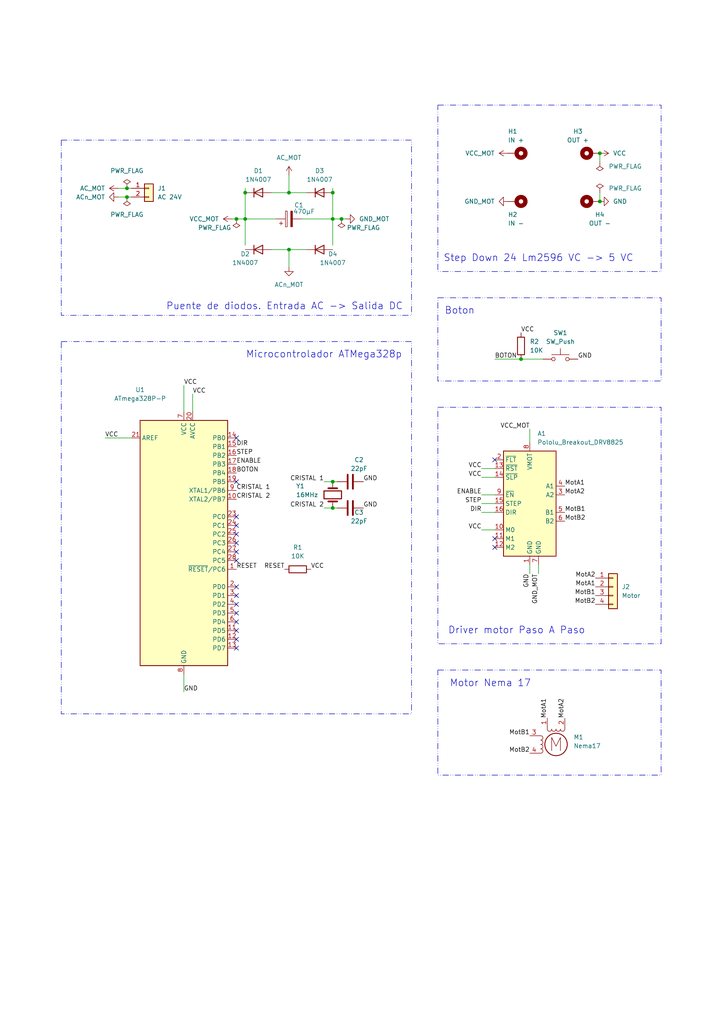
<source format=kicad_sch>
(kicad_sch (version 20231120) (generator "eeschema") (generator_version "8.0")
  (paper "A4" portrait)
  (title_block (title "arte.facto - Motorcin Bien Bemperado") (date "Agosto 2024") (rev "v 0.1") (company "jm") (comment 1 "Buenos Aires, Argentina."))
  (lib_symbols
    (symbol "Connector_Generic:Conn_01x02" (pin_names (offset 1.016) hide)
      (property "Reference" "J" (at 0 2.54 0))
      (property "Value" "Conn_01x02" (at 0 -5.08 0))
      (symbol "Conn_01x02_1_1"
        (rectangle (start -1.27 -2.413) (end 0 -2.667) (stroke (width 0.1524)))
        (rectangle (start -1.27 0.127) (end 0 -0.127) (stroke (width 0.1524)))
        (rectangle (start -1.27 1.27) (end 1.27 -3.81) (stroke (width 0.254)) (fill (type background)))
        (pin passive line (at -5.08 0 0) (length 3.81) (name "Pin_1") (number "1"))
        (pin passive line (at -5.08 -2.54 0) (length 3.81) (name "Pin_2") (number "2"))
      )
    )
    (symbol "Connector_Generic:Conn_01x04" (pin_names (offset 1.016) hide)
      (property "Reference" "J" (at 0 5.08 0))
      (property "Value" "Conn_01x04" (at 0 -7.62 0))
      (symbol "Conn_01x04_1_1"
        (rectangle (start -1.27 -4.953) (end 0 -5.207) (stroke (width 0.1524)))
        (rectangle (start -1.27 -2.413) (end 0 -2.667) (stroke (width 0.1524)))
        (rectangle (start -1.27 0.127) (end 0 -0.127) (stroke (width 0.1524)))
        (rectangle (start -1.27 2.667) (end 0 2.413) (stroke (width 0.1524)))
        (rectangle (start -1.27 3.81) (end 1.27 -6.35) (stroke (width 0.254)) (fill (type background)))
        (pin passive line (at -5.08 2.54 0) (length 3.81) (name "Pin_1") (number "1"))
        (pin passive line (at -5.08 0 0) (length 3.81) (name "Pin_2") (number "2"))
        (pin passive line (at -5.08 -2.54 0) (length 3.81) (name "Pin_3") (number "3"))
        (pin passive line (at -5.08 -5.08 0) (length 3.81) (name "Pin_4") (number "4"))
      )
    )
    (symbol "Device:C" (pin_numbers hide) (pin_names (offset 0.254))
      (property "Reference" "C" (at 0.635 2.54 0))
      (property "Value" "C" (at 0.635 -2.54 0))
      (symbol "C_0_1"
        (polyline (pts (xy -2.032 -0.762) (xy 2.032 -0.762)) (stroke (width 0.508)))
        (polyline (pts (xy -2.032 0.762) (xy 2.032 0.762)) (stroke (width 0.508)))
      )
      (symbol "C_1_1"
        (pin passive line (at 0 3.81 270) (length 2.794) (name "~") (number "1"))
        (pin passive line (at 0 -3.81 90) (length 2.794) (name "~") (number "2"))
      )
    )
    (symbol "Device:C_Polarized" (pin_numbers hide) (pin_names (offset 0.254))
      (property "Reference" "C" (at 0.635 2.54 0))
      (property "Value" "C_Polarized" (at 0.635 -2.54 0))
      (symbol "C_Polarized_0_1"
        (rectangle (start -2.286 0.508) (end 2.286 1.016))
        (polyline (pts (xy -1.778 2.286) (xy -0.762 2.286)))
        (polyline (pts (xy -1.27 2.794) (xy -1.27 1.778)))
        (rectangle (start 2.286 -0.508) (end -2.286 -1.016) (fill (type outline)))
      )
      (symbol "C_Polarized_1_1"
        (pin passive line (at 0 3.81 270) (length 2.794) (name "~") (number "1"))
        (pin passive line (at 0 -3.81 90) (length 2.794) (name "~") (number "2"))
      )
    )
    (symbol "Device:Crystal" (pin_numbers hide) (pin_names (offset 1.016) hide)
      (property "Reference" "Y" (at 0 3.81 0))
      (property "Value" "Crystal" (at 0 -3.81 0))
      (symbol "Crystal_0_1"
        (rectangle (start -1.143 2.54) (end 1.143 -2.54) (stroke (width 0.3048)))
        (polyline (pts (xy -2.54 0) (xy -1.905 0)))
        (polyline (pts (xy -1.905 -1.27) (xy -1.905 1.27)) (stroke (width 0.508)))
        (polyline (pts (xy 1.905 -1.27) (xy 1.905 1.27)) (stroke (width 0.508)))
        (polyline (pts (xy 2.54 0) (xy 1.905 0)))
      )
      (symbol "Crystal_1_1"
        (pin passive line (at -3.81 0 0) (length 1.27) (name "1") (number "1"))
        (pin passive line (at 3.81 0 180) (length 1.27) (name "2") (number "2"))
      )
    )
    (symbol "Device:R" (pin_numbers hide) (pin_names (offset 0))
      (property "Reference" "R" (at 2.032 0 90))
      (property "Value" "R" (at 0 0 90))
      (symbol "R_0_1"
        (rectangle (start -1.016 -2.54) (end 1.016 2.54) (stroke (width 0.254)))
      )
      (symbol "R_1_1"
        (pin passive line (at 0 3.81 270) (length 1.27) (name "~") (number "1"))
        (pin passive line (at 0 -3.81 90) (length 1.27) (name "~") (number "2"))
      )
    )
    (symbol "Diode:1N4007" (pin_numbers hide) (pin_names hide)
      (property "Reference" "D" (at 0 2.54 0))
      (property "Value" "1N4007" (at 0 -2.54 0))
      (symbol "1N4007_0_1"
        (polyline (pts (xy -1.27 1.27) (xy -1.27 -1.27)) (stroke (width 0.254)))
        (polyline (pts (xy 1.27 0) (xy -1.27 0)))
        (polyline (pts (xy 1.27 1.27) (xy 1.27 -1.27) (xy -1.27 0) (xy 1.27 1.27)) (stroke (width 0.254)))
      )
      (symbol "1N4007_1_1"
        (pin passive line (at -3.81 0 0) (length 2.54) (name "K") (number "1"))
        (pin passive line (at 3.81 0 180) (length 2.54) (name "A") (number "2"))
      )
    )
    (symbol "Driver_Motor:Pololu_Breakout_DRV8825"
      (property "Reference" "A" (at -2.54 16.51 0))
      (property "Value" "Pololu_Breakout_DRV8825" (at -2.54 13.97 0))
      (symbol "Pololu_Breakout_DRV8825_0_1"
        (rectangle (start 7.62 -17.78) (end -7.62 12.7) (stroke (width 0.254)) (fill (type background)))
      )
      (symbol "Pololu_Breakout_DRV8825_1_1"
        (pin power_in line (at 0 -20.32 90) (length 2.54) (name "GND") (number "1"))
        (pin input line (at -10.16 -10.16 0) (length 2.54) (name "M0") (number "10"))
        (pin input line (at -10.16 -12.7 0) (length 2.54) (name "M1") (number "11"))
        (pin input line (at -10.16 -15.24 0) (length 2.54) (name "M2") (number "12"))
        (pin input line (at -10.16 7.62 0) (length 2.54) (name "~{RST}") (number "13"))
        (pin input line (at -10.16 5.08 0) (length 2.54) (name "~{SLP}") (number "14"))
        (pin input line (at -10.16 -2.54 0) (length 2.54) (name "STEP") (number "15"))
        (pin input line (at -10.16 -5.08 0) (length 2.54) (name "DIR") (number "16"))
        (pin output line (at -10.16 10.16 0) (length 2.54) (name "~{FLT}") (number "2"))
        (pin output line (at 10.16 0 180) (length 2.54) (name "A2") (number "3"))
        (pin output line (at 10.16 2.54 180) (length 2.54) (name "A1") (number "4"))
        (pin output line (at 10.16 -5.08 180) (length 2.54) (name "B1") (number "5"))
        (pin output line (at 10.16 -7.62 180) (length 2.54) (name "B2") (number "6"))
        (pin power_in line (at 2.54 -20.32 90) (length 2.54) (name "GND") (number "7"))
        (pin power_in line (at 0 15.24 270) (length 2.54) (name "VMOT") (number "8"))
        (pin input line (at -10.16 0 0) (length 2.54) (name "~{EN}") (number "9"))
      )
    )
    (symbol "MCU_Microchip_ATmega:ATmega328P-P"
      (property "Reference" "U" (at -12.7 36.83 0))
      (property "Value" "ATmega328P-P" (at 2.54 -36.83 0))
      (symbol "ATmega328P-P_0_1"
        (rectangle (start -12.7 -35.56) (end 12.7 35.56) (stroke (width 0.254)) (fill (type background)))
      )
      (symbol "ATmega328P-P_1_1"
        (pin bidirectional line (at 15.24 -7.62 180) (length 2.54) (name "~{RESET}/PC6") (number "1"))
        (pin bidirectional line (at 15.24 12.7 180) (length 2.54) (name "XTAL2/PB7") (number "10"))
        (pin bidirectional line (at 15.24 -25.4 180) (length 2.54) (name "PD5") (number "11"))
        (pin bidirectional line (at 15.24 -27.94 180) (length 2.54) (name "PD6") (number "12"))
        (pin bidirectional line (at 15.24 -30.48 180) (length 2.54) (name "PD7") (number "13"))
        (pin bidirectional line (at 15.24 30.48 180) (length 2.54) (name "PB0") (number "14"))
        (pin bidirectional line (at 15.24 27.94 180) (length 2.54) (name "PB1") (number "15"))
        (pin bidirectional line (at 15.24 25.4 180) (length 2.54) (name "PB2") (number "16"))
        (pin bidirectional line (at 15.24 22.86 180) (length 2.54) (name "PB3") (number "17"))
        (pin bidirectional line (at 15.24 20.32 180) (length 2.54) (name "PB4") (number "18"))
        (pin bidirectional line (at 15.24 17.78 180) (length 2.54) (name "PB5") (number "19"))
        (pin bidirectional line (at 15.24 -12.7 180) (length 2.54) (name "PD0") (number "2"))
        (pin power_in line (at 2.54 38.1 270) (length 2.54) (name "AVCC") (number "20"))
        (pin passive line (at -15.24 30.48 0) (length 2.54) (name "AREF") (number "21"))
        (pin passive line (at 0 -38.1 90) (length 2.54) hide (name "GND") (number "22"))
        (pin bidirectional line (at 15.24 7.62 180) (length 2.54) (name "PC0") (number "23"))
        (pin bidirectional line (at 15.24 5.08 180) (length 2.54) (name "PC1") (number "24"))
        (pin bidirectional line (at 15.24 2.54 180) (length 2.54) (name "PC2") (number "25"))
        (pin bidirectional line (at 15.24 0 180) (length 2.54) (name "PC3") (number "26"))
        (pin bidirectional line (at 15.24 -2.54 180) (length 2.54) (name "PC4") (number "27"))
        (pin bidirectional line (at 15.24 -5.08 180) (length 2.54) (name "PC5") (number "28"))
        (pin bidirectional line (at 15.24 -15.24 180) (length 2.54) (name "PD1") (number "3"))
        (pin bidirectional line (at 15.24 -17.78 180) (length 2.54) (name "PD2") (number "4"))
        (pin bidirectional line (at 15.24 -20.32 180) (length 2.54) (name "PD3") (number "5"))
        (pin bidirectional line (at 15.24 -22.86 180) (length 2.54) (name "PD4") (number "6"))
        (pin power_in line (at 0 38.1 270) (length 2.54) (name "VCC") (number "7"))
        (pin power_in line (at 0 -38.1 90) (length 2.54) (name "GND") (number "8"))
        (pin bidirectional line (at 15.24 15.24 180) (length 2.54) (name "XTAL1/PB6") (number "9"))
      )
    )
    (symbol "Mechanical:MountingHole_Pad" (pin_numbers hide) (pin_names (offset 1.016) hide) (exclude_from_sim yes) (in_bom no)
      (property "Reference" "H" (at 0 6.35 0))
      (property "Value" "MountingHole_Pad" (at 0 4.445 0))
      (symbol "MountingHole_Pad_0_1"
        (circle (center 0 1.27) (radius 1.27) (stroke (width 1.27)))
      )
      (symbol "MountingHole_Pad_1_1"
        (pin input line (at 0 -2.54 90) (length 2.54) (name "1") (number "1"))
      )
    )
    (symbol "Motor:Stepper_Motor_bipolar" (pin_names (offset 0) hide)
      (property "Reference" "M" (at 3.81 2.54 0))
      (property "Value" "Stepper_Motor_bipolar" (at 3.81 1.27 0))
      (symbol "Stepper_Motor_bipolar_0_0"
        (polyline (pts (xy -1.27 -1.778) (xy -1.27 2.032) (xy 0 -0.508) (xy 1.27 2.032) (xy 1.27 -1.778)))
      )
      (symbol "Stepper_Motor_bipolar_0_1"
        (arc (start -4.445 -2.54) (mid -3.8127 -1.905) (end -4.445 -1.27))
        (arc (start -4.445 -1.27) (mid -3.8127 -0.635) (end -4.445 0))
        (arc (start -4.445 0) (mid -3.8127 0.635) (end -4.445 1.27))
        (arc (start -4.445 1.27) (mid -3.8127 1.905) (end -4.445 2.54))
        (arc (start -2.54 4.445) (mid -1.905 3.8127) (end -1.27 4.445))
        (arc (start -1.27 4.445) (mid -0.635 3.8127) (end 0 4.445))
        (polyline (pts (xy -5.08 -2.54) (xy -4.445 -2.54)))
        (polyline (pts (xy -5.08 2.54) (xy -4.445 2.54)))
        (polyline (pts (xy -2.54 5.08) (xy -2.54 4.445)))
        (polyline (pts (xy 2.54 5.08) (xy 2.54 4.445)))
        (circle (center 0 0) (radius 3.2512) (stroke (width 0.254)))
        (arc (start 0 4.445) (mid 0.635 3.8127) (end 1.27 4.445))
        (arc (start 1.27 4.445) (mid 1.905 3.8127) (end 2.54 4.445))
      )
      (symbol "Stepper_Motor_bipolar_1_1"
        (pin passive line (at -2.54 7.62 270) (length 2.54) (name "~") (number "1"))
        (pin passive line (at 2.54 7.62 270) (length 2.54) (name "-") (number "2"))
        (pin passive line (at -7.62 2.54 0) (length 2.54) (name "~") (number "3"))
        (pin passive line (at -7.62 -2.54 0) (length 2.54) (name "~") (number "4"))
      )
    )
    (symbol "Switch:SW_Push" (pin_numbers hide) (pin_names (offset 1.016) hide)
      (property "Reference" "SW" (at 1.27 2.54 0))
      (property "Value" "SW_Push" (at 0 -1.524 0))
      (symbol "SW_Push_0_1"
        (circle (center -2.032 0) (radius 0.508))
        (polyline (pts (xy 0 1.27) (xy 0 3.048)))
        (polyline (pts (xy 2.54 1.27) (xy -2.54 1.27)))
        (circle (center 2.032 0) (radius 0.508))
        (pin passive line (at -5.08 0 0) (length 2.54) (name "1") (number "1"))
        (pin passive line (at 5.08 0 180) (length 2.54) (name "2") (number "2"))
      )
    )
    (symbol "power:GND" (power) (pin_numbers hide) (pin_names (offset 0) hide)
      (property "Value" "GND" (at 0 -3.81 0))
      (symbol "GND_0_1"
        (polyline (pts (xy 0 0) (xy 0 -1.27) (xy 1.27 -1.27) (xy 0 -2.54) (xy -1.27 -1.27) (xy 0 -1.27)))
      )
      (symbol "GND_1_1"
        (pin power_in line (at 0 0 270) (length 0) (name "~") (number "1"))
      )
    )
    (symbol "power:PWR_FLAG" (power) (pin_numbers hide) (pin_names (offset 0) hide)
      (property "Value" "PWR_FLAG" (at 0 3.81 0))
      (symbol "PWR_FLAG_0_0"
        (pin power_out line (at 0 0 90) (length 0) (name "~") (number "1"))
      )
      (symbol "PWR_FLAG_0_1"
        (polyline (pts (xy 0 0) (xy 0 1.27) (xy -1.016 1.905) (xy 0 2.54) (xy 1.016 1.905) (xy 0 1.27)))
      )
    )
    (symbol "power:VCC" (power) (pin_numbers hide) (pin_names (offset 0) hide)
      (property "Value" "VCC" (at 0 3.556 0))
      (symbol "VCC_0_1"
        (polyline (pts (xy -0.762 1.27) (xy 0 2.54)))
        (polyline (pts (xy 0 0) (xy 0 2.54)))
        (polyline (pts (xy 0 2.54) (xy 0.762 1.27)))
      )
      (symbol "VCC_1_1"
        (pin power_in line (at 0 0 90) (length 0) (name "~") (number "1"))
      )
    )
  )
  (junction (at 36.83 57.15))
  (junction (at 96.52 63.5))
  (junction (at 83.82 72.39))
  (junction (at 36.83 54.61))
  (junction (at 173.99 58.42))
  (junction (at 96.52 147.32))
  (junction (at 68.58 63.5))
  (junction (at 71.12 63.5))
  (junction (at 99.06 63.5))
  (junction (at 83.82 55.88))
  (junction (at 96.52 139.7))
  (junction (at 96.52 55.88))
  (junction (at 173.99 44.45))
  (junction (at 151.13 104.14))
  (junction (at 71.12 55.88))
  (no_connect (at 68.58 162.56))
  (no_connect (at 143.51 158.75))
  (no_connect (at 68.58 182.88))
  (no_connect (at 143.51 133.35))
  (no_connect (at 68.58 170.18))
  (no_connect (at 68.58 152.4))
  (no_connect (at 68.58 139.7))
  (no_connect (at 68.58 175.26))
  (no_connect (at 68.58 127))
  (no_connect (at 68.58 154.94))
  (no_connect (at 68.58 172.72))
  (no_connect (at 68.58 149.86))
  (no_connect (at 68.58 160.02))
  (no_connect (at 68.58 187.96))
  (no_connect (at 68.58 177.8))
  (no_connect (at 68.58 180.34))
  (no_connect (at 68.58 157.48))
  (no_connect (at 143.51 156.21))
  (no_connect (at 68.58 185.42))
  (wire (pts (xy 78.74 72.39) (xy 83.82 72.39)))
  (wire (pts (xy 67.31 63.5) (xy 68.58 63.5)))
  (wire (pts (xy 83.82 72.39) (xy 88.9 72.39)))
  (wire (pts (xy 96.52 55.88) (xy 96.52 63.5)))
  (wire (pts (xy 139.7 146.05) (xy 143.51 146.05)))
  (wire (pts (xy 153.67 163.83) (xy 153.67 166.37)))
  (wire (pts (xy 99.06 63.5) (xy 100.33 63.5)))
  (wire (pts (xy 96.52 139.7) (xy 97.79 139.7)))
  (wire (pts (xy 78.74 55.88) (xy 83.82 55.88)))
  (wire (pts (xy 156.21 163.83) (xy 156.21 166.37)))
  (wire (pts (xy 173.99 55.88) (xy 173.99 58.42)))
  (wire (pts (xy 55.88 114.3) (xy 55.88 119.38)))
  (wire (pts (xy 34.29 54.61) (xy 36.83 54.61)))
  (wire (pts (xy 83.82 55.88) (xy 88.9 55.88)))
  (wire (pts (xy 93.98 147.32) (xy 96.52 147.32)))
  (wire (pts (xy 53.34 195.58) (xy 53.34 200.66)))
  (wire (pts (xy 151.13 104.14) (xy 157.48 104.14)))
  (wire (pts (xy 36.83 54.61) (xy 38.1 54.61)))
  (wire (pts (xy 36.83 57.15) (xy 38.1 57.15)))
  (wire (pts (xy 83.82 72.39) (xy 83.82 77.47)))
  (wire (pts (xy 143.51 104.14) (xy 151.13 104.14)))
  (wire (pts (xy 173.99 44.45) (xy 173.99 46.99)))
  (wire (pts (xy 71.12 63.5) (xy 80.01 63.5)))
  (wire (pts (xy 96.52 54.61) (xy 96.52 55.88)))
  (wire (pts (xy 96.52 63.5) (xy 99.06 63.5)))
  (wire (pts (xy 34.29 57.15) (xy 36.83 57.15)))
  (wire (pts (xy 139.7 148.59) (xy 143.51 148.59)))
  (wire (pts (xy 71.12 63.5) (xy 71.12 71.12)))
  (wire (pts (xy 139.7 143.51) (xy 143.51 143.51)))
  (wire (pts (xy 96.52 63.5) (xy 96.52 71.12)))
  (wire (pts (xy 153.67 124.46) (xy 153.67 128.27)))
  (wire (pts (xy 71.12 54.61) (xy 71.12 55.88)))
  (wire (pts (xy 93.98 139.7) (xy 96.52 139.7)))
  (wire (pts (xy 71.12 55.88) (xy 71.12 63.5)))
  (wire (pts (xy 139.7 135.89) (xy 143.51 135.89)))
  (wire (pts (xy 139.7 138.43) (xy 143.51 138.43)))
  (wire (pts (xy 53.34 111.76) (xy 53.34 119.38)))
  (wire (pts (xy 83.82 50.8) (xy 83.82 55.88)))
  (wire (pts (xy 96.52 147.32) (xy 97.79 147.32)))
  (wire (pts (xy 87.63 63.5) (xy 96.52 63.5)))
  (wire (pts (xy 68.58 63.5) (xy 71.12 63.5)))
  (wire (pts (xy 139.7 153.67) (xy 143.51 153.67)))
  (wire (pts (xy 30.48 127) (xy 38.1 127)))
  (rectangle (start 127 30.48) (end 191.77 78.74) (stroke (width 0) (type dash_dot_dot)))
  (rectangle (start 127 46.99) (end 127 46.99))
  (rectangle (start 127 194.31) (end 191.77 224.79) (stroke (width 0) (type dash_dot_dot)))
  (rectangle (start 127 118.11) (end 191.77 186.69) (stroke (width 0) (type dash_dot_dot)))
  (rectangle (start 17.78 99.06) (end 119.38 207.01) (stroke (width 0) (type dash_dot_dot)))
  (rectangle (start 127 86.36) (end 191.77 110.49) (stroke (width 0) (type dash_dot_dot)))
  (rectangle (start 127 46.99) (end 127 46.99))
  (rectangle (start 17.78 40.64) (end 119.38 91.44) (stroke (width 0) (type dash_dot_dot)))
  (text "Motor Nema 17" (at 142.24 199.39 0) (effects (font (size 2 2)) (justify bottom)))
  (text "Step Down 24 Lm2596 VC -> 5 VC" (at 156.21 74.93 0) (effects (font (size 2 2))))
  (text "Boton" (at 133.35 90.17 0) (effects (font (size 2 2))))
  (text "Microcontrolador ATMega328p" (at 93.98 102.87 0) (effects (font (size 2 2))))
  (text "Driver motor Paso A Paso" (at 149.86 182.88 0) (effects (font (size 2 2))))
  (text "Puente de diodos. Entrada AC -> Salida DC" (at 82.55 88.9 0) (effects (font (size 2 2))))
  (label "VCC" (at 30.48 127 0))
  (label "MotA2" (at 172.72 167.64 180))
  (label "DIR" (at 139.7 148.59 180))
  (label "ENABLE" (at 139.7 143.51 180))
  (label "VCC" (at 151.13 96.52 0))
  (label "STEP" (at 139.7 146.05 180))
  (label "GND" (at 105.41 139.7 0))
  (label "MotB2" (at 172.72 175.26 180))
  (label "MotB2" (at 153.67 218.44 180))
  (label "MotB1" (at 163.83 148.59 0))
  (label "GND" (at 53.34 200.66 0))
  (label "VCC" (at 55.88 114.3 0))
  (label "CRISTAL 1" (at 68.58 142.24 0))
  (label "MotA1" (at 158.75 208.28 90))
  (label "VCC" (at 139.7 135.89 180))
  (label "MotA1" (at 163.83 140.97 0))
  (label "VCC" (at 90.17 165.1 0))
  (label "BOTON" (at 68.58 137.16 0))
  (label "RESET" (at 68.58 165.1 0))
  (label "ENABLE" (at 68.58 134.62 0))
  (label "CRISTAL 2" (at 93.98 147.32 180))
  (label "DIR" (at 68.58 129.54 0))
  (label "MotB1" (at 172.72 172.72 180))
  (label "MotB1" (at 153.67 213.36 180))
  (label "CRISTAL 1" (at 93.98 139.7 180))
  (label "BOTON" (at 143.51 104.14 0))
  (label "VCC" (at 139.7 138.43 180))
  (label "MotB2" (at 163.83 151.13 0))
  (label "GND" (at 167.64 104.14 0))
  (label "GND" (at 105.41 147.32 0))
  (label "MotA2" (at 163.83 143.51 0))
  (label "VCC_MOT" (at 153.67 124.46 180))
  (label "MotA2" (at 163.83 208.28 90))
  (label "VCC" (at 139.7 153.67 180))
  (label "VCC" (at 53.34 111.76 0))
  (label "GND_MOT" (at 156.21 166.37 270))
  (label "GND" (at 153.67 166.37 270))
  (label "MotA1" (at 172.72 170.18 180))
  (label "STEP" (at 68.58 132.08 0))
  (label "RESET" (at 82.55 165.1 180))
  (label "CRISTAL 2" (at 68.58 144.78 0))
  (symbol (lib_id "power:GND") (at 83.82 77.47 0) (unit 1)
    (property "Reference" "#PWR05" (effects (hide yes)))
    (property "Value" "ACn_MOT" (at 83.82 82.55 0))
    (property "Description" "Power symbol creates a global label with name \"GND\" , ground" (effects (hide yes)))
  )
  (symbol (lib_id "Mechanical:MountingHole_Pad") (at 149.86 44.45 270) (unit 1) (exclude_from_sim yes) (in_bom no)
    (property "Reference" "H1" (at 147.32 38.1 90) (effects (justify left)))
    (property "Value" "IN +" (at 147.32 40.64 90) (effects (justify left)))
    (property "Footprint" "MountingHole:MountingHole_2.2mm_M2_Pad" (effects (hide yes)))
    (property "Description" "Mounting Hole with connection" (effects (hide yes)))
  )
  (symbol (lib_id "Device:C_Polarized") (at 83.82 63.5 90) (unit 1)
    (property "Reference" "C1" (at 86.6996 59.4895 90))
    (property "Value" "470μF" (at 88.2038 61.3334 90))
    (property "Footprint" "Capacitor_THT:CP_Radial_D8.0mm_P2.50mm" (effects (hide yes)))
    (property "Description" "Polarized capacitor" (effects (hide yes)))
  )
  (symbol (lib_id "Diode:1N4007") (at 74.93 55.88 0) (unit 1)
    (property "Reference" "D1" (at 74.93 49.53 0))
    (property "Value" "1N4007" (at 74.93 52.07 0))
    (property "Footprint" "Diode_THT:D_DO-41_SOD81_P10.16mm_Horizontal" (effects (hide yes)))
    (property "Datasheet" "http://www.vishay.com/docs/88503/1n4001.pdf" (effects (hide yes)))
    (property "Description" "1000V 1A General Purpose Rectifier Diode, DO-41" (effects (hide yes)))
    (property "Sim.Device" "D" (effects (hide yes)))
    (property "Sim.Pins" "1=K 2=A" (effects (hide yes)))
  )
  (symbol (lib_id "Motor:Stepper_Motor_bipolar") (at 161.29 215.9 0) (unit 1)
    (property "Reference" "M1" (at 166.37 213.779 0) (effects (justify left)))
    (property "Value" "Nema17" (at 166.37 216.319 0) (effects (justify left)))
    (property "Datasheet" "http://www.infineon.com/dgdl/Application-Note-TLE8110EE_driving_UniPolarStepperMotor_V1.1.pdf?fileId=db3a30431be39b97011be5d0aa0a00b0" (effects (hide yes)))
    (property "Description" "4-wire bipolar stepper motor" (effects (hide yes)))
  )
  (symbol (lib_id "power:PWR_FLAG") (at 173.99 55.88 0) (unit 1)
    (property "Reference" "#FLG06" (effects (hide yes)))
    (property "Value" "PWR_FLAG" (at 176.53 54.6099 0) (effects (justify left)))
    (property "Description" "Special symbol for telling ERC where power comes from" (effects (hide yes)))
  )
  (symbol (lib_id "Diode:1N4007") (at 74.93 72.39 0) (unit 1)
    (property "Reference" "D2" (at 71.12 73.66 0))
    (property "Value" "1N4007" (at 71.12 76.2 0))
    (property "Footprint" "Diode_THT:D_DO-41_SOD81_P10.16mm_Horizontal" (effects (hide yes)))
    (property "Datasheet" "http://www.vishay.com/docs/88503/1n4001.pdf" (effects (hide yes)))
    (property "Description" "1000V 1A General Purpose Rectifier Diode, DO-41" (effects (hide yes)))
    (property "Sim.Device" "D" (effects (hide yes)))
    (property "Sim.Pins" "1=K 2=A" (effects (hide yes)))
  )
  (symbol (lib_id "Diode:1N4007") (at 92.71 72.39 0) (unit 1)
    (property "Reference" "D4" (at 96.52 73.66 0))
    (property "Value" "1N4007" (at 96.52 76.2 0))
    (property "Footprint" "Diode_THT:D_DO-41_SOD81_P10.16mm_Horizontal" (effects (hide yes)))
    (property "Datasheet" "http://www.vishay.com/docs/88503/1n4001.pdf" (effects (hide yes)))
    (property "Description" "1000V 1A General Purpose Rectifier Diode, DO-41" (effects (hide yes)))
    (property "Sim.Device" "D" (effects (hide yes)))
    (property "Sim.Pins" "1=K 2=A" (effects (hide yes)))
  )
  (symbol (lib_id "power:VCC") (at 83.82 50.8 0) (unit 1)
    (property "Reference" "#PWR04" (effects (hide yes)))
    (property "Value" "AC_MOT" (at 83.82 45.72 0))
    (property "Description" "Power symbol creates a global label with name \"VCC\"" (effects (hide yes)))
  )
  (symbol (lib_id "Mechanical:MountingHole_Pad") (at 171.45 58.42 90) (unit 1) (exclude_from_sim yes) (in_bom no)
    (property "Reference" "H4" (at 173.99 62.23 90))
    (property "Value" "OUT -" (at 173.99 64.77 90))
    (property "Footprint" "MountingHole:MountingHole_2.2mm_M2_Pad" (effects (hide yes)))
    (property "Description" "Mounting Hole with connection" (effects (hide yes)))
  )
  (symbol (lib_id "Device:C") (at 101.6 139.7 90) (unit 1)
    (property "Reference" "C2" (at 104.14 133.35 90))
    (property "Value" "22pF" (at 104.14 135.89 90))
    (property "Footprint" "Capacitor_THT:C_Disc_D5.0mm_W2.5mm_P5.00mm" (effects (hide yes)))
    (property "Description" "Unpolarized capacitor" (effects (hide yes)))
  )
  (symbol (lib_id "Switch:SW_Push") (at 162.56 104.14 0) (unit 1)
    (property "Reference" "SW1" (at 162.56 96.52 0))
    (property "Value" "SW_Push" (at 162.56 99.06 0))
    (property "Footprint" "Button_Switch_SMD:SW_SPST_CK_RS282G05A3" (effects (hide yes)))
    (property "Description" "Push button switch, generic, two pins" (effects (hide yes)))
  )
  (symbol (lib_id "Device:Crystal") (at 96.52 143.51 270) (unit 1)
    (property "Reference" "Y1" (at 85.852 140.97 90) (effects (justify left)))
    (property "Value" "16MHz" (at 85.852 143.51 90) (effects (justify left)))
    (property "Footprint" "Crystal:Crystal_HC49-4H_Vertical" (effects (hide yes)))
    (property "Description" "Two pin crystal" (effects (hide yes)))
  )
  (symbol (lib_id "power:GND") (at 34.29 57.15 270) (unit 1)
    (property "Reference" "#PWR02" (effects (hide yes)))
    (property "Value" "ACn_MOT" (at 30.48 57.1499 90) (effects (justify right)))
    (property "Description" "Power symbol creates a global label with name \"GND\" , ground" (effects (hide yes)))
  )
  (symbol (lib_id "power:PWR_FLAG") (at 36.83 57.15 180) (unit 1)
    (property "Reference" "#FLG02" (effects (hide yes)))
    (property "Value" "PWR_FLAG" (at 36.83 62.23 0))
    (property "Description" "Special symbol for telling ERC where power comes from" (effects (hide yes)))
  )
  (symbol (lib_id "power:PWR_FLAG") (at 68.58 63.5 180) (unit 1)
    (property "Reference" "#FLG03" (effects (hide yes)))
    (property "Value" "PWR_FLAG" (at 62.23 66.04 0))
    (property "Description" "Special symbol for telling ERC where power comes from" (effects (hide yes)))
  )
  (symbol (lib_id "Device:R") (at 151.13 100.33 180) (unit 1)
    (property "Reference" "R2" (at 153.67 99.0599 0) (effects (justify right)))
    (property "Value" "10K" (at 153.67 101.5999 0) (effects (justify right)))
    (property "Footprint" "Resistor_THT:R_Axial_DIN0204_L3.6mm_D1.6mm_P2.54mm_Vertical" (effects (hide yes)))
    (property "Description" "Resistor" (effects (hide yes)))
  )
  (symbol (lib_id "MCU_Microchip_ATmega:ATmega328P-P") (at 53.34 157.48 0) (unit 1)
    (property "Reference" "U1" (at 40.64 113.03 0))
    (property "Value" "ATmega328P-P" (at 40.64 115.57 0))
    (property "Footprint" "Package_DIP:DIP-28_W7.62mm" (effects (hide yes)))
    (property "Datasheet" "http://ww1.microchip.com/downloads/en/DeviceDoc/ATmega328_P%20AVR%20MCU%20with%20picoPower%20Technology%20Data%20Sheet%2040001984A.pdf" (effects (hide yes)))
    (property "Description" "20MHz, 32kB Flash, 2kB SRAM, 1kB EEPROM, DIP-28" (effects (hide yes)))
  )
  (symbol (lib_id "Driver_Motor:Pololu_Breakout_DRV8825") (at 153.67 143.51 0) (unit 1)
    (property "Reference" "A1" (at 155.8641 125.73 0) (effects (justify left)))
    (property "Value" "Pololu_Breakout_DRV8825" (at 155.8641 128.27 0) (effects (justify left)))
    (property "Footprint" "Module:Pololu_Breakout-16_15.2x20.3mm" (effects (hide yes)))
    (property "Datasheet" "https://www.pololu.com/product/2982" (effects (hide yes)))
    (property "Description" "Pololu Breakout Board, Stepper Driver DRV8825" (effects (hide yes)))
  )
  (symbol (lib_id "Mechanical:MountingHole_Pad") (at 149.86 58.42 270) (unit 1) (exclude_from_sim yes) (in_bom no)
    (property "Reference" "H2" (at 147.32 62.23 90) (effects (justify left)))
    (property "Value" "IN -" (at 147.32 64.77 90) (effects (justify left)))
    (property "Footprint" "MountingHole:MountingHole_2.2mm_M2_Pad" (effects (hide yes)))
    (property "Description" "Mounting Hole with connection" (effects (hide yes)))
  )
  (symbol (lib_id "Device:C") (at 101.6 147.32 90) (unit 1)
    (property "Reference" "C3" (at 104.14 148.59 90))
    (property "Value" "22pF" (at 104.14 151.13 90))
    (property "Footprint" "Capacitor_THT:C_Disc_D5.0mm_W2.5mm_P5.00mm" (effects (hide yes)))
    (property "Description" "Unpolarized capacitor" (effects (hide yes)))
  )
  (symbol (lib_id "power:GND") (at 173.99 58.42 90) (unit 1)
    (property "Reference" "#PWR010" (effects (hide yes)))
    (property "Value" "GND" (at 177.8 58.4199 90) (effects (justify right)))
    (property "Description" "Power symbol creates a global label with name \"GND\" , ground" (effects (hide yes)))
  )
  (symbol (lib_id "power:VCC") (at 173.99 44.45 270) (unit 1)
    (property "Reference" "#PWR09" (effects (hide yes)))
    (property "Value" "VCC" (at 177.8 44.4499 90) (effects (justify left)))
    (property "Description" "Power symbol creates a global label with name \"VCC\"" (effects (hide yes)))
  )
  (symbol (lib_id "power:PWR_FLAG") (at 173.99 46.99 180) (unit 1)
    (property "Reference" "#FLG05" (effects (hide yes)))
    (property "Value" "PWR_FLAG" (at 176.53 48.2599 0) (effects (justify right)))
    (property "Description" "Special symbol for telling ERC where power comes from" (effects (hide yes)))
  )
  (symbol (lib_id "power:PWR_FLAG") (at 99.06 63.5 180) (unit 1)
    (property "Reference" "#FLG04" (effects (hide yes)))
    (property "Value" "PWR_FLAG" (at 105.41 66.04 0))
    (property "Description" "Special symbol for telling ERC where power comes from" (effects (hide yes)))
  )
  (symbol (lib_id "Connector_Generic:Conn_01x02") (at 43.18 54.61 0) (unit 1)
    (property "Reference" "J1" (at 45.72 54.6099 0) (effects (justify left)))
    (property "Value" "AC 24V" (at 45.72 57.1499 0) (effects (justify left)))
    (property "Footprint" "Connector_PinHeader_2.00mm:PinHeader_1x02_P2.00mm_Horizontal" (effects (hide yes)))
    (property "Description" "Generic connector, single row, 01x02, script generated (kicad-library-utils/schlib/autogen/connector/)" (effects (hide yes)))
  )
  (symbol (lib_id "power:PWR_FLAG") (at 36.83 54.61 0) (unit 1)
    (property "Reference" "#FLG01" (effects (hide yes)))
    (property "Value" "PWR_FLAG" (at 36.83 49.53 0))
    (property "Description" "Special symbol for telling ERC where power comes from" (effects (hide yes)))
  )
  (symbol (lib_id "power:VCC") (at 34.29 54.61 90) (unit 1)
    (property "Reference" "#PWR01" (effects (hide yes)))
    (property "Value" "AC_MOT" (at 30.48 54.6099 90) (effects (justify left)))
    (property "Description" "Power symbol creates a global label with name \"VCC\"" (effects (hide yes)))
  )
  (symbol (lib_id "power:VCC") (at 67.31 63.5 90) (unit 1)
    (property "Reference" "#PWR03" (effects (hide yes)))
    (property "Value" "VCC_MOT" (at 63.5 63.4999 90) (effects (justify left)))
    (property "Description" "Power symbol creates a global label with name \"VCC\"" (effects (hide yes)))
  )
  (symbol (lib_id "power:GND") (at 100.33 63.5 90) (unit 1)
    (property "Reference" "#PWR06" (effects (hide yes)))
    (property "Value" "GND_MOT" (at 104.14 63.4999 90) (effects (justify right)))
    (property "Description" "Power symbol creates a global label with name \"GND\" , ground" (effects (hide yes)))
  )
  (symbol (lib_id "Mechanical:MountingHole_Pad") (at 171.45 44.45 90) (unit 1) (exclude_from_sim yes) (in_bom no)
    (property "Reference" "H3" (at 167.64 38.1 90))
    (property "Value" "OUT +" (at 167.64 40.64 90))
    (property "Footprint" "MountingHole:MountingHole_2.2mm_M2_Pad" (effects (hide yes)))
    (property "Description" "Mounting Hole with connection" (effects (hide yes)))
  )
  (symbol (lib_id "Connector_Generic:Conn_01x04") (at 177.8 170.18 0) (unit 1)
    (property "Reference" "J2" (at 180.34 170.1799 0) (effects (justify left)))
    (property "Value" "Motor" (at 180.34 172.7199 0) (effects (justify left)))
    (property "Footprint" "Connector_PinSocket_2.54mm:PinSocket_1x04_P2.54mm_Vertical" (effects (hide yes)))
    (property "Description" "Generic connector, single row, 01x04, script generated (kicad-library-utils/schlib/autogen/connector/)" (effects (hide yes)))
  )
  (symbol (lib_id "power:GND") (at 147.32 58.42 270) (unit 1)
    (property "Reference" "#PWR08" (effects (hide yes)))
    (property "Value" "GND_MOT" (at 143.51 58.4199 90) (effects (justify right)))
    (property "Description" "Power symbol creates a global label with name \"GND\" , ground" (effects (hide yes)))
  )
  (symbol (lib_id "power:VCC") (at 147.32 44.45 90) (unit 1)
    (property "Reference" "#PWR07" (effects (hide yes)))
    (property "Value" "VCC_MOT" (at 143.51 44.4499 90) (effects (justify left)))
    (property "Description" "Power symbol creates a global label with name \"VCC\"" (effects (hide yes)))
  )
  (symbol (lib_id "Device:R") (at 86.36 165.1 270) (unit 1)
    (property "Reference" "R1" (at 86.36 158.75 90))
    (property "Value" "10K" (at 86.36 161.29 90))
    (property "Footprint" "Resistor_THT:R_Axial_DIN0204_L3.6mm_D1.6mm_P2.54mm_Vertical" (effects (hide yes)))
    (property "Description" "Resistor" (effects (hide yes)))
  )
  (symbol (lib_id "Diode:1N4007") (at 92.71 55.88 0) (unit 1)
    (property "Reference" "D3" (at 92.71 49.53 0))
    (property "Value" "1N4007" (at 92.71 52.07 0))
    (property "Footprint" "Diode_THT:D_DO-41_SOD81_P10.16mm_Horizontal" (effects (hide yes)))
    (property "Datasheet" "http://www.vishay.com/docs/88503/1n4001.pdf" (effects (hide yes)))
    (property "Description" "1000V 1A General Purpose Rectifier Diode, DO-41" (effects (hide yes)))
    (property "Sim.Device" "D" (effects (hide yes)))
    (property "Sim.Pins" "1=K 2=A" (effects (hide yes)))
  )
)
</source>
